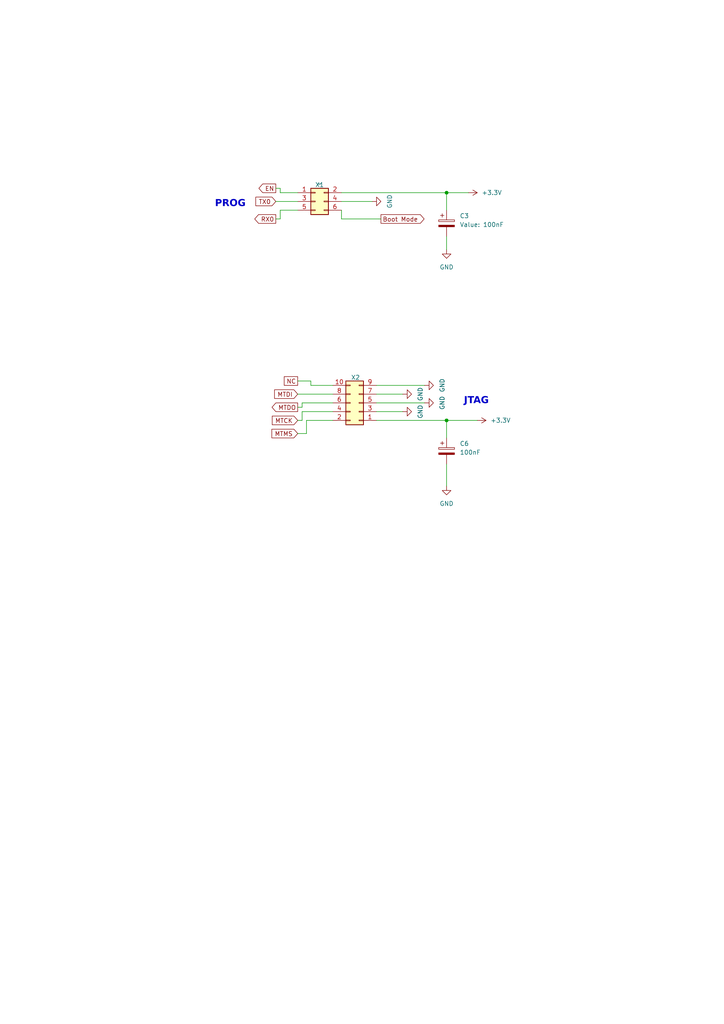
<source format=kicad_sch>
(kicad_sch (version 20231120) (generator "eeschema") (generator_version "8.0")
  (paper "A4" portrait)
  (lib_symbols
    (symbol "Connector_Generic:Conn_02x03_Odd_Even" (pin_names (offset 1.016) hide)
      (property "Reference" "J" (at 1.27 5.08 0))
      (property "Value" "Conn_02x03_Odd_Even" (at 1.27 -5.08 0))
      (symbol "Conn_02x03_Odd_Even_1_1"
        (rectangle (start -1.27 -2.413) (end 0 -2.667) (stroke (width 0.1524)))
        (rectangle (start -1.27 0.127) (end 0 -0.127) (stroke (width 0.1524)))
        (rectangle (start -1.27 2.667) (end 0 2.413) (stroke (width 0.1524)))
        (rectangle (start -1.27 3.81) (end 3.81 -3.81) (stroke (width 0.254)) (fill (type background)))
        (rectangle (start 3.81 -2.413) (end 2.54 -2.667) (stroke (width 0.1524)))
        (rectangle (start 3.81 0.127) (end 2.54 -0.127) (stroke (width 0.1524)))
        (rectangle (start 3.81 2.667) (end 2.54 2.413) (stroke (width 0.1524)))
        (pin passive line (at -5.08 2.54 0) (length 3.81) (name "Pin_1") (number "1"))
        (pin passive line (at 7.62 2.54 180) (length 3.81) (name "Pin_2") (number "2"))
        (pin passive line (at -5.08 0 0) (length 3.81) (name "Pin_3") (number "3"))
        (pin passive line (at 7.62 0 180) (length 3.81) (name "Pin_4") (number "4"))
        (pin passive line (at -5.08 -2.54 0) (length 3.81) (name "Pin_5") (number "5"))
        (pin passive line (at 7.62 -2.54 180) (length 3.81) (name "Pin_6") (number "6"))
      )
    )
    (symbol "Connector_Generic:Conn_02x05_Odd_Even" (pin_names (offset 1.016) hide)
      (property "Reference" "J" (at 1.27 7.62 0))
      (property "Value" "Conn_02x05_Odd_Even" (at 1.27 -7.62 0))
      (symbol "Conn_02x05_Odd_Even_1_1"
        (rectangle (start -1.27 -4.953) (end 0 -5.207) (stroke (width 0.1524)))
        (rectangle (start -1.27 -2.413) (end 0 -2.667) (stroke (width 0.1524)))
        (rectangle (start -1.27 0.127) (end 0 -0.127) (stroke (width 0.1524)))
        (rectangle (start -1.27 2.667) (end 0 2.413) (stroke (width 0.1524)))
        (rectangle (start -1.27 5.207) (end 0 4.953) (stroke (width 0.1524)))
        (rectangle (start -1.27 6.35) (end 3.81 -6.35) (stroke (width 0.254)) (fill (type background)))
        (rectangle (start 3.81 -4.953) (end 2.54 -5.207) (stroke (width 0.1524)))
        (rectangle (start 3.81 -2.413) (end 2.54 -2.667) (stroke (width 0.1524)))
        (rectangle (start 3.81 0.127) (end 2.54 -0.127) (stroke (width 0.1524)))
        (rectangle (start 3.81 2.667) (end 2.54 2.413) (stroke (width 0.1524)))
        (rectangle (start 3.81 5.207) (end 2.54 4.953) (stroke (width 0.1524)))
        (pin passive line (at -5.08 5.08 0) (length 3.81) (name "Pin_1") (number "1"))
        (pin passive line (at 7.62 -5.08 180) (length 3.81) (name "Pin_10") (number "10"))
        (pin passive line (at 7.62 5.08 180) (length 3.81) (name "Pin_2") (number "2"))
        (pin passive line (at -5.08 2.54 0) (length 3.81) (name "Pin_3") (number "3"))
        (pin passive line (at 7.62 2.54 180) (length 3.81) (name "Pin_4") (number "4"))
        (pin passive line (at -5.08 0 0) (length 3.81) (name "Pin_5") (number "5"))
        (pin passive line (at 7.62 0 180) (length 3.81) (name "Pin_6") (number "6"))
        (pin passive line (at -5.08 -2.54 0) (length 3.81) (name "Pin_7") (number "7"))
        (pin passive line (at 7.62 -2.54 180) (length 3.81) (name "Pin_8") (number "8"))
        (pin passive line (at -5.08 -5.08 0) (length 3.81) (name "Pin_9") (number "9"))
      )
    )
    (symbol "Device:C_Polarized" (pin_numbers hide) (pin_names (offset 0.254))
      (property "Reference" "C" (at 0.635 2.54 0))
      (property "Value" "C_Polarized" (at 0.635 -2.54 0))
      (symbol "C_Polarized_0_1"
        (rectangle (start -2.286 0.508) (end 2.286 1.016))
        (polyline (pts (xy -1.778 2.286) (xy -0.762 2.286)))
        (polyline (pts (xy -1.27 2.794) (xy -1.27 1.778)))
        (rectangle (start 2.286 -0.508) (end -2.286 -1.016) (fill (type outline)))
      )
      (symbol "C_Polarized_1_1"
        (pin passive line (at 0 3.81 270) (length 2.794) (name "~") (number "1"))
        (pin passive line (at 0 -3.81 90) (length 2.794) (name "~") (number "2"))
      )
    )
    (symbol "power:GND" (power) (pin_numbers hide) (pin_names (offset 0) hide)
      (property "Value" "GND" (at 0 -3.81 0))
      (symbol "GND_0_1"
        (polyline (pts (xy 0 0) (xy 0 -1.27) (xy 1.27 -1.27) (xy 0 -2.54) (xy -1.27 -1.27) (xy 0 -1.27)))
      )
      (symbol "GND_1_1"
        (pin power_in line (at 0 0 270) (length 0) (name "~") (number "1"))
      )
    )
    (symbol "power:VCC" (power) (pin_numbers hide) (pin_names (offset 0) hide)
      (property "Value" "VCC" (at 0 3.556 0))
      (symbol "VCC_0_1"
        (polyline (pts (xy -0.762 1.27) (xy 0 2.54)))
        (polyline (pts (xy 0 0) (xy 0 2.54)))
        (polyline (pts (xy 0 2.54) (xy 0.762 1.27)))
      )
      (symbol "VCC_1_1"
        (pin power_in line (at 0 0 90) (length 0) (name "~") (number "1"))
      )
    )
  )
  (junction (at 129.54 55.88))
  (junction (at 129.54 121.92))
  (wire (pts (xy 109.22 114.3) (xy 116.84 114.3)))
  (wire (pts (xy 80.01 58.42) (xy 86.36 58.42)))
  (wire (pts (xy 129.54 68.58) (xy 129.54 72.39)))
  (wire (pts (xy 99.06 63.5) (xy 99.06 60.96)))
  (wire (pts (xy 87.63 116.84) (xy 87.63 118.11)))
  (wire (pts (xy 90.17 110.49) (xy 90.17 111.76)))
  (wire (pts (xy 81.28 54.61) (xy 81.28 55.88)))
  (wire (pts (xy 129.54 55.88) (xy 135.89 55.88)))
  (wire (pts (xy 88.9 121.92) (xy 96.52 121.92)))
  (wire (pts (xy 81.28 60.96) (xy 86.36 60.96)))
  (wire (pts (xy 80.01 54.61) (xy 81.28 54.61)))
  (wire (pts (xy 99.06 58.42) (xy 107.95 58.42)))
  (wire (pts (xy 81.28 63.5) (xy 81.28 60.96)))
  (wire (pts (xy 86.36 110.49) (xy 90.17 110.49)))
  (wire (pts (xy 81.28 55.88) (xy 86.36 55.88)))
  (wire (pts (xy 90.17 111.76) (xy 96.52 111.76)))
  (wire (pts (xy 129.54 121.92) (xy 129.54 127)))
  (wire (pts (xy 87.63 116.84) (xy 96.52 116.84)))
  (wire (pts (xy 109.22 119.38) (xy 116.84 119.38)))
  (wire (pts (xy 129.54 121.92) (xy 138.43 121.92)))
  (wire (pts (xy 87.63 118.11) (xy 86.36 118.11)))
  (wire (pts (xy 110.49 63.5) (xy 99.06 63.5)))
  (wire (pts (xy 109.22 116.84) (xy 123.19 116.84)))
  (wire (pts (xy 109.22 121.92) (xy 129.54 121.92)))
  (wire (pts (xy 81.28 63.5) (xy 80.01 63.5)))
  (wire (pts (xy 99.06 55.88) (xy 129.54 55.88)))
  (wire (pts (xy 86.36 114.3) (xy 96.52 114.3)))
  (wire (pts (xy 88.9 121.92) (xy 88.9 125.73)))
  (wire (pts (xy 129.54 55.88) (xy 129.54 60.96)))
  (wire (pts (xy 87.63 119.38) (xy 96.52 119.38)))
  (wire (pts (xy 87.63 119.38) (xy 87.63 121.92)))
  (wire (pts (xy 109.22 111.76) (xy 123.19 111.76)))
  (wire (pts (xy 129.54 134.62) (xy 129.54 140.97)))
  (wire (pts (xy 87.63 121.92) (xy 86.36 121.92)))
  (wire (pts (xy 86.36 125.73) (xy 88.9 125.73)))
  (text "PROG" (at 66.802 59.69 0) (effects (font (size 2 2) (thickness 0.254) (bold yes))))
  (text "JTAG" (at 138.176 116.84 0) (effects (font (size 2 2) (thickness 0.254) (bold yes))))
  (global_label "RX0" (shape output) (at 80.01 63.5 180) (property "Intersheetrefs" "${INTERSHEET_REFS}" (effects (hide yes))))
  (global_label "TX0" (shape input) (at 80.01 58.42 180) (property "Intersheetrefs" "${INTERSHEET_REFS}" (effects (hide yes))))
  (global_label "Boot Mode" (shape output) (at 110.49 63.5 0) (property "Intersheetrefs" "${INTERSHEET_REFS}" (effects (hide yes))))
  (global_label "MTCK" (shape input) (at 86.36 121.92 180) (property "Intersheetrefs" "${INTERSHEET_REFS}" (effects (hide yes))))
  (global_label "MTDO" (shape output) (at 86.36 118.11 180) (property "Intersheetrefs" "${INTERSHEET_REFS}" (effects (hide yes))))
  (global_label "MTMS" (shape input) (at 86.36 125.73 180) (property "Intersheetrefs" "${INTERSHEET_REFS}" (effects (hide yes))))
  (global_label "EN" (shape output) (at 80.01 54.61 180) (property "Intersheetrefs" "${INTERSHEET_REFS}" (effects (hide yes))))
  (global_label "MTDI" (shape input) (at 86.36 114.3 180) (property "Intersheetrefs" "${INTERSHEET_REFS}" (effects (hide yes))))
  (global_label "NC" (shape passive) (at 86.36 110.49 180) (property "Intersheetrefs" "${INTERSHEET_REFS}" (effects (hide yes))))
  (symbol (lib_id "power:VCC") (at 138.43 121.92 270) (unit 1)
    (property "Reference" "#PWR014" (effects (hide yes)))
    (property "Value" "+3.3V" (at 142.24 121.9199 90) (effects (justify left)))
    (property "Description" "Power symbol creates a global label with name \"VCC\"" (effects (hide yes)))
  )
  (symbol (lib_id "power:GND") (at 116.84 114.3 90) (unit 1)
    (property "Reference" "#PWR07" (effects (hide yes)))
    (property "Value" "GND" (at 121.92 114.3 0))
    (property "Description" "Power symbol creates a global label with name \"GND\" , ground" (effects (hide yes)))
  )
  (symbol (lib_id "power:GND") (at 107.95 58.42 90) (unit 1)
    (property "Reference" "#PWR04" (effects (hide yes)))
    (property "Value" "GND" (at 113.03 58.42 0))
    (property "Description" "Power symbol creates a global label with name \"GND\" , ground" (effects (hide yes)))
  )
  (symbol (lib_id "power:GND") (at 116.84 119.38 90) (unit 1)
    (property "Reference" "#PWR08" (effects (hide yes)))
    (property "Value" "GND" (at 121.92 119.38 0))
    (property "Description" "Power symbol creates a global label with name \"GND\" , ground" (effects (hide yes)))
  )
  (symbol (lib_id "power:GND") (at 129.54 72.39 0) (unit 1)
    (property "Reference" "#PWR05" (effects (hide yes)))
    (property "Value" "GND" (at 129.54 77.47 0))
    (property "Description" "Power symbol creates a global label with name \"GND\" , ground" (effects (hide yes)))
  )
  (symbol (lib_id "power:GND") (at 123.19 116.84 90) (unit 1)
    (property "Reference" "#PWR010" (effects (hide yes)))
    (property "Value" "GND" (at 128.27 116.84 0))
    (property "Description" "Power symbol creates a global label with name \"GND\" , ground" (effects (hide yes)))
  )
  (symbol (lib_id "power:GND") (at 129.54 140.97 0) (unit 1)
    (property "Reference" "#PWR020" (effects (hide yes)))
    (property "Value" "GND" (at 129.54 146.05 0))
    (property "Description" "Power symbol creates a global label with name \"GND\" , ground" (effects (hide yes)))
  )
  (symbol (lib_id "Connector_Generic:Conn_02x03_Odd_Even") (at 91.44 58.42 0) (unit 1)
    (property "Reference" "X1" (at 92.71 53.594 0))
    (property "Value" "~" (at 92.71 53.34 0))
    (property "Footprint" "Connector_PinHeader_2.54mm:PinHeader_2x03_P2.54mm_Vertical" (effects (hide yes)))
    (property "Datasheet" "https://www.reichelt.de/dk/en/box-connector-6-pin-straight-wsl-6g-p85732.html?PROVID=2788&gad_source=1&gclid=CjwKCAjww_iwBhApEiwAuG6ccDw4tVriseDs6YnxPik9EyDEOABsdj6FF9mgBVJ1GiNudXco-gTrJRoCnzAQAvD_BwE&&r=1" (effects (hide yes)))
  )
  (symbol (lib_id "Connector_Generic:Conn_02x05_Odd_Even") (at 104.14 116.84 180) (unit 1)
    (property "Reference" "X2" (at 103.124 109.474 0))
    (property "Value" "JTAG" (effects (hide yes)))
    (property "Footprint" "CUSTOM_Footprint:WUE_CONNECTOR_SHDR10W64P254_2X5_2036X885X925P" (effects (hide yes)))
    (property "Datasheet" "https://www.mouser.de/ProductDetail/Wurth-Elektronik/61201021621?qs=W%252B2sBeLta1a0dwX5pxbfXw%3D%3D&mgh=1&vip=1&utm_id=20968985688&gad_source=1&gclid=CjwKCAjw8diwBhAbEiwA7i_sJU0XcT-gOgWhIMtI0Vo7iY80z6Wf92aJmt3Herb8rXlciuxK7qzu3RoCiqYQAvD_BwE" (effects (hide yes)))
    (property "Sim.Library" "E:\\Projekte\\SmartHomeSystemBasisStation\\PCB\\3d-Model\\WUE_CONNECTOR_61201021621.lib" (effects (hide yes)))
  )
  (symbol (lib_id "Device:C_Polarized") (at 129.54 64.77 0) (unit 1)
    (property "Reference" "C3" (at 133.35 62.6109 0) (effects (justify left)))
    (property "Value" "100nF" (at 133.35 65.1509 0) (show_name yes) (effects (justify left)))
    (property "Footprint" "CUSTOM_Footprint:CAPAE1030X1050N" (effects (hide yes)))
    (property "Datasheet" "chrome-extension://efaidnbmnnnibpcajpcglclefindmkaj/https://www.we-online.com/components/products/datasheet/865060343005.pdf" (effects (hide yes)))
    (property "Description" "Polarized capacitor" (effects (hide yes)))
  )
  (symbol (lib_id "power:VCC") (at 135.89 55.88 270) (unit 1)
    (property "Reference" "#PWR06" (effects (hide yes)))
    (property "Value" "+3.3V" (at 139.7 55.8799 90) (effects (justify left)))
    (property "Description" "Power symbol creates a global label with name \"VCC\"" (effects (hide yes)))
  )
  (symbol (lib_id "Device:C_Polarized") (at 129.54 130.81 0) (unit 1)
    (property "Reference" "C6" (at 133.35 128.6509 0) (effects (justify left)))
    (property "Value" "100nF" (at 133.35 131.1909 0) (effects (justify left)))
    (property "Footprint" "CUSTOM_Footprint:CAPAE1030X1050N" (effects (hide yes)))
    (property "Datasheet" "chrome-extension://efaidnbmnnnibpcajpcglclefindmkaj/https://www.we-online.com/components/products/datasheet/865060343005.pdf" (effects (hide yes)))
    (property "Description" "Polarized capacitor" (effects (hide yes)))
  )
  (symbol (lib_id "power:GND") (at 123.19 111.76 90) (unit 1)
    (property "Reference" "#PWR09" (effects (hide yes)))
    (property "Value" "GND" (at 128.27 111.76 0))
    (property "Description" "Power symbol creates a global label with name \"GND\" , ground" (effects (hide yes)))
  )
)
</source>
